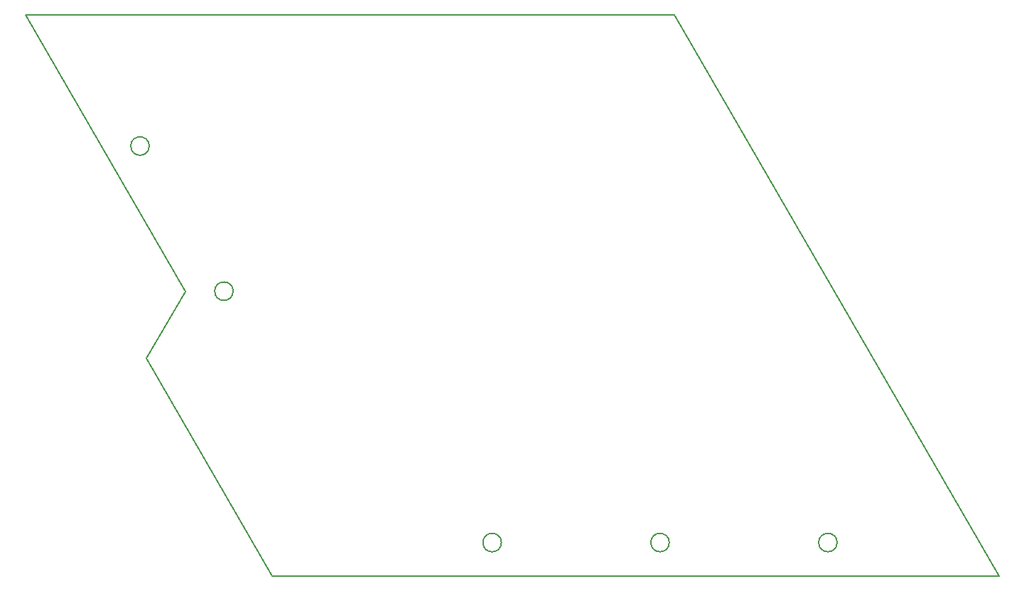
<source format=gm1>
%TF.GenerationSoftware,KiCad,Pcbnew,8.0.8*%
%TF.CreationDate,2025-03-26T11:08:01-07:00*%
%TF.ProjectId,led_mapper_850_mirrored,6c65645f-6d61-4707-9065-725f3835305f,rev?*%
%TF.SameCoordinates,Original*%
%TF.FileFunction,Profile,NP*%
%FSLAX46Y46*%
G04 Gerber Fmt 4.6, Leading zero omitted, Abs format (unit mm)*
G04 Created by KiCad (PCBNEW 8.0.8) date 2025-03-26 11:08:01*
%MOMM*%
%LPD*%
G01*
G04 APERTURE LIST*
%TA.AperFunction,Profile*%
%ADD10C,0.200000*%
%TD*%
G04 APERTURE END LIST*
D10*
X-61188021Y-38019238D02*
X-56569219Y-30019238D01*
X-18900000Y-60000000D02*
G75*
G02*
X-21100000Y-60000000I-1100000J0D01*
G01*
X-21100000Y-60000000D02*
G75*
G02*
X-18900000Y-60000000I1100000J0D01*
G01*
X-46188021Y-64000000D02*
X-61188021Y-38019238D01*
X-75632885Y3000000D02*
X1732051Y3000000D01*
X21100000Y-60000000D02*
G75*
G02*
X18900000Y-60000000I-1100000J0D01*
G01*
X18900000Y-60000000D02*
G75*
G02*
X21100000Y-60000000I1100000J0D01*
G01*
X-50861524Y-30000000D02*
G75*
G02*
X-53061524Y-30000000I-1100000J0D01*
G01*
X-53061524Y-30000000D02*
G75*
G02*
X-50861524Y-30000000I1100000J0D01*
G01*
X40414519Y-64000000D02*
X-46188021Y-64000000D01*
X1732051Y3000000D02*
X40414519Y-64000000D01*
X-56569219Y-30019238D02*
X-75632885Y3000000D01*
X-60861524Y-12679492D02*
G75*
G02*
X-63061524Y-12679492I-1100000J0D01*
G01*
X-63061524Y-12679492D02*
G75*
G02*
X-60861524Y-12679492I1100000J0D01*
G01*
X1100000Y-60000000D02*
G75*
G02*
X-1100000Y-60000000I-1100000J0D01*
G01*
X-1100000Y-60000000D02*
G75*
G02*
X1100000Y-60000000I1100000J0D01*
G01*
M02*

</source>
